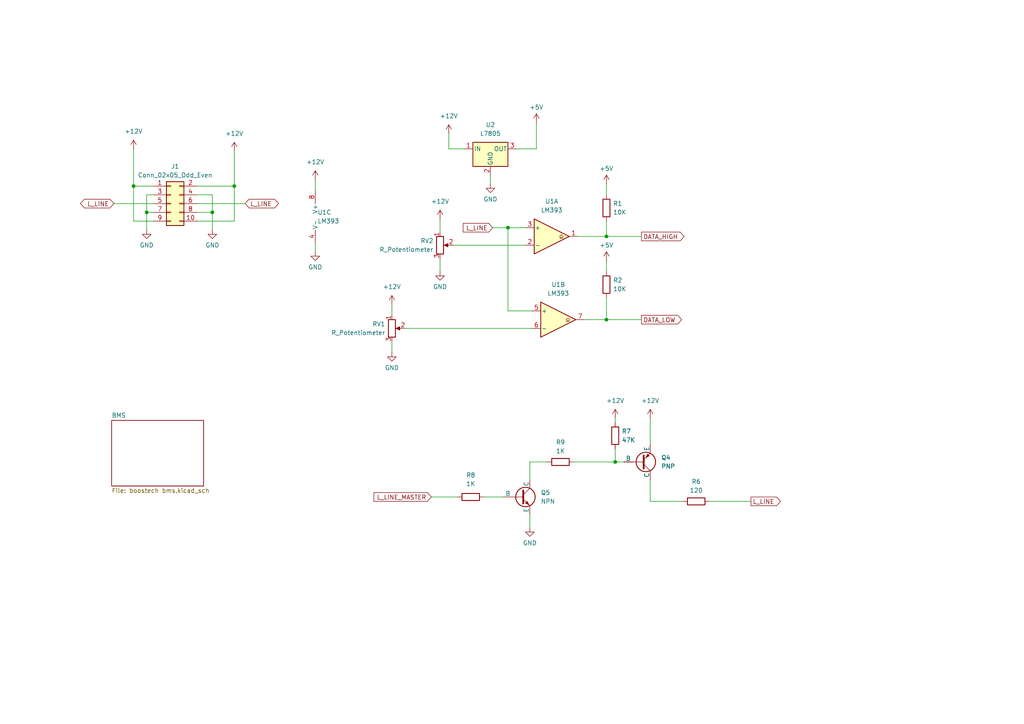
<source format=kicad_sch>
(kicad_sch (version 20250114) (generator "eeschema") (generator_version "9.0")
  (paper "A4")
  (lib_symbols
    (symbol "Comparator:LM393" (pin_names (offset 0.127))
      (property "Reference" "U" (at 3.81 3.81 0))
      (property "Value" "LM393" (at 6.35 -3.81 0))
      (symbol "LM393_1_1"
        (polyline (pts (xy -5.08 5.08) (xy 5.08 0) (xy -5.08 -5.08) (xy -5.08 5.08)) (stroke (width 0.254)) (fill (type background)))
        (polyline (pts (xy 3.302 -0.508) (xy 2.794 -0.508) (xy 3.302 0) (xy 2.794 0.508) (xy 2.286 0) (xy 2.794 -0.508) (xy 2.286 -0.508)) (stroke (width 0.127)))
        (pin input line (at -7.62 2.54 0) (length 2.54) (name "+") (number "3"))
        (pin input line (at -7.62 -2.54 0) (length 2.54) (name "-") (number "2"))
        (pin open_collector line (at 7.62 0 180) (length 2.54) (name "~") (number "1"))
      )
      (symbol "LM393_2_1"
        (polyline (pts (xy -5.08 5.08) (xy 5.08 0) (xy -5.08 -5.08) (xy -5.08 5.08)) (stroke (width 0.254)) (fill (type background)))
        (polyline (pts (xy 3.302 -0.508) (xy 2.794 -0.508) (xy 3.302 0) (xy 2.794 0.508) (xy 2.286 0) (xy 2.794 -0.508) (xy 2.286 -0.508)) (stroke (width 0.127)))
        (pin input line (at -7.62 2.54 0) (length 2.54) (name "+") (number "5"))
        (pin input line (at -7.62 -2.54 0) (length 2.54) (name "-") (number "6"))
        (pin open_collector line (at 7.62 0 180) (length 2.54) (name "~") (number "7"))
      )
      (symbol "LM393_3_1"
        (pin power_in line (at -2.54 7.62 270) (length 3.81) (name "V+") (number "8"))
        (pin power_in line (at -2.54 -7.62 90) (length 3.81) (name "V-") (number "4"))
      )
    )
    (symbol "Connector_Generic:Conn_02x05_Odd_Even" (pin_names (offset 1.016) (hide yes))
      (property "Reference" "J" (at 1.27 7.62 0))
      (property "Value" "Conn_02x05_Odd_Even" (at 1.27 -7.62 0))
      (symbol "Conn_02x05_Odd_Even_1_1"
        (rectangle (start -1.27 6.35) (end 3.81 -6.35) (stroke (width 0.254)) (fill (type background)))
        (rectangle (start -1.27 5.207) (end 0 4.953) (stroke (width 0.1524)))
        (rectangle (start -1.27 2.667) (end 0 2.413) (stroke (width 0.1524)))
        (rectangle (start -1.27 0.127) (end 0 -0.127) (stroke (width 0.1524)))
        (rectangle (start -1.27 -2.413) (end 0 -2.667) (stroke (width 0.1524)))
        (rectangle (start -1.27 -4.953) (end 0 -5.207) (stroke (width 0.1524)))
        (rectangle (start 3.81 5.207) (end 2.54 4.953) (stroke (width 0.1524)))
        (rectangle (start 3.81 2.667) (end 2.54 2.413) (stroke (width 0.1524)))
        (rectangle (start 3.81 0.127) (end 2.54 -0.127) (stroke (width 0.1524)))
        (rectangle (start 3.81 -2.413) (end 2.54 -2.667) (stroke (width 0.1524)))
        (rectangle (start 3.81 -4.953) (end 2.54 -5.207) (stroke (width 0.1524)))
        (pin passive line (at -5.08 5.08 0) (length 3.81) (name "Pin_1") (number "1"))
        (pin passive line (at -5.08 2.54 0) (length 3.81) (name "Pin_3") (number "3"))
        (pin passive line (at -5.08 0 0) (length 3.81) (name "Pin_5") (number "5"))
        (pin passive line (at -5.08 -2.54 0) (length 3.81) (name "Pin_7") (number "7"))
        (pin passive line (at -5.08 -5.08 0) (length 3.81) (name "Pin_9") (number "9"))
        (pin passive line (at 7.62 5.08 180) (length 3.81) (name "Pin_2") (number "2"))
        (pin passive line (at 7.62 2.54 180) (length 3.81) (name "Pin_4") (number "4"))
        (pin passive line (at 7.62 0 180) (length 3.81) (name "Pin_6") (number "6"))
        (pin passive line (at 7.62 -2.54 180) (length 3.81) (name "Pin_8") (number "8"))
        (pin passive line (at 7.62 -5.08 180) (length 3.81) (name "Pin_10") (number "10"))
      )
    )
    (symbol "Device:R" (pin_numbers (hide yes)) (pin_names (offset 0))
      (property "Reference" "R" (at 2.032 0 90))
      (property "Value" "R" (at 0 0 90))
      (symbol "R_0_1"
        (rectangle (start -1.016 -2.54) (end 1.016 2.54) (stroke (width 0.254)))
      )
      (symbol "R_1_1"
        (pin passive line (at 0 3.81 270) (length 1.27) (name "~") (number "1"))
        (pin passive line (at 0 -3.81 90) (length 1.27) (name "~") (number "2"))
      )
    )
    (symbol "Device:R_Potentiometer" (pin_names (offset 1.016) (hide yes))
      (property "Reference" "RV" (at -4.445 0 90))
      (property "Value" "R_Potentiometer" (at -2.54 0 90))
      (symbol "R_Potentiometer_0_1"
        (rectangle (start 1.016 2.54) (end -1.016 -2.54) (stroke (width 0.254)))
        (polyline (pts (xy 1.143 0) (xy 2.286 0.508) (xy 2.286 -0.508) (xy 1.143 0)) (fill (type outline)))
        (polyline (pts (xy 2.54 0) (xy 1.524 0)))
      )
      (symbol "R_Potentiometer_1_1"
        (pin passive line (at 0 3.81 270) (length 1.27) (name "1") (number "1"))
        (pin passive line (at 0 -3.81 90) (length 1.27) (name "3") (number "3"))
        (pin passive line (at 3.81 0 180) (length 1.27) (name "2") (number "2"))
      )
    )
    (symbol "Regulator_Linear:L7805" (pin_names (offset 0.254))
      (property "Reference" "U" (at -3.81 3.175 0))
      (property "Value" "L7805" (at 0 3.175 0))
      (symbol "L7805_0_1"
        (rectangle (start -5.08 1.905) (end 5.08 -5.08) (stroke (width 0.254)) (fill (type background)))
      )
      (symbol "L7805_1_1"
        (pin power_in line (at -7.62 0 0) (length 2.54) (name "IN") (number "1"))
        (pin power_in line (at 0 -7.62 90) (length 2.54) (name "GND") (number "2"))
        (pin power_out line (at 7.62 0 180) (length 2.54) (name "OUT") (number "3"))
      )
    )
    (symbol "Simulation_SPICE:NPN" (pin_numbers (hide yes)) (pin_names (offset 0))
      (property "Reference" "Q" (at -2.54 7.62 0))
      (property "Value" "NPN" (at -2.54 5.08 0))
      (symbol "NPN_0_1"
        (polyline (pts (xy -2.54 0) (xy 0.635 0)) (stroke (width 0.1524)))
        (polyline (pts (xy 0.635 1.905) (xy 0.635 -1.905) (xy 0.635 -1.905)) (stroke (width 0.508)))
        (polyline (pts (xy 0.635 0.635) (xy 2.54 2.54)))
        (polyline (pts (xy 0.635 -0.635) (xy 2.54 -2.54) (xy 2.54 -2.54)))
        (circle (center 1.27 0) (radius 2.8194) (stroke (width 0.254)))
        (polyline (pts (xy 1.27 -1.778) (xy 1.778 -1.27) (xy 2.286 -2.286) (xy 1.27 -1.778) (xy 1.27 -1.778)) (fill (type outline)))
        (polyline (pts (xy 2.794 -1.27) (xy 2.794 -1.27)) (stroke (width 0.1524)))
        (polyline (pts (xy 2.794 -1.27) (xy 2.794 -1.27)) (stroke (width 0.1524)))
      )
      (symbol "NPN_1_1"
        (pin input line (at -5.08 0 0) (length 2.54) (name "B") (number "2"))
        (pin open_collector line (at 2.54 5.08 270) (length 2.54) (name "C") (number "1"))
        (pin open_emitter line (at 2.54 -5.08 90) (length 2.54) (name "E") (number "3"))
      )
    )
    (symbol "Simulation_SPICE:PNP" (pin_numbers (hide yes)) (pin_names (offset 0))
      (property "Reference" "Q" (at -2.54 7.62 0))
      (property "Value" "PNP" (at -2.54 5.08 0))
      (symbol "PNP_0_1"
        (polyline (pts (xy -2.54 0) (xy 0.635 0)) (stroke (width 0.1524)))
        (polyline (pts (xy 0.635 1.905) (xy 0.635 -1.905) (xy 0.635 -1.905)) (stroke (width 0.508)))
        (polyline (pts (xy 0.635 0.635) (xy 2.54 2.54)))
        (polyline (pts (xy 0.635 -0.635) (xy 2.54 -2.54) (xy 2.54 -2.54)))
        (circle (center 1.27 0) (radius 2.8194) (stroke (width 0.254)))
        (polyline (pts (xy 2.286 -1.778) (xy 1.778 -2.286) (xy 1.27 -1.27) (xy 2.286 -1.778) (xy 2.286 -1.778)) (fill (type outline)))
      )
      (symbol "PNP_1_1"
        (pin input line (at -5.08 0 0) (length 2.54) (name "B") (number "2"))
        (pin open_collector line (at 2.54 5.08 270) (length 2.54) (name "C") (number "1"))
        (pin open_emitter line (at 2.54 -5.08 90) (length 2.54) (name "E") (number "3"))
      )
    )
    (symbol "power:+12V" (power) (pin_numbers (hide yes)) (pin_names (offset 0) (hide yes))
      (property "Value" "+12V" (at 0 3.556 0))
      (symbol "+12V_0_1"
        (polyline (pts (xy -0.762 1.27) (xy 0 2.54)))
        (polyline (pts (xy 0 2.54) (xy 0.762 1.27)))
        (polyline (pts (xy 0 0) (xy 0 2.54)))
      )
      (symbol "+12V_1_1"
        (pin power_in line (at 0 0 90) (length 0) (name "~") (number "1"))
      )
    )
    (symbol "power:+5V" (power) (pin_numbers (hide yes)) (pin_names (offset 0) (hide yes))
      (property "Value" "+5V" (at 0 3.556 0))
      (symbol "+5V_0_1"
        (polyline (pts (xy -0.762 1.27) (xy 0 2.54)))
        (polyline (pts (xy 0 2.54) (xy 0.762 1.27)))
        (polyline (pts (xy 0 0) (xy 0 2.54)))
      )
      (symbol "+5V_1_1"
        (pin power_in line (at 0 0 90) (length 0) (name "~") (number "1"))
      )
    )
    (symbol "power:GND" (power) (pin_numbers (hide yes)) (pin_names (offset 0) (hide yes))
      (property "Value" "GND" (at 0 -3.81 0))
      (symbol "GND_0_1"
        (polyline (pts (xy 0 0) (xy 0 -1.27) (xy 1.27 -1.27) (xy 0 -2.54) (xy -1.27 -1.27) (xy 0 -1.27)))
      )
      (symbol "GND_1_1"
        (pin power_in line (at 0 0 270) (length 0) (name "~") (number "1"))
      )
    )
  )
  (junction (at 67.945 53.975))
  (junction (at 61.595 61.595))
  (junction (at 42.545 61.595))
  (junction (at 147.32 66.04))
  (junction (at 38.735 53.975))
  (junction (at 178.435 133.985))
  (junction (at 175.895 92.71))
  (junction (at 175.895 68.58))
  (wire (pts (xy 198.12 145.415) (xy 188.595 145.415)))
  (wire (pts (xy 166.37 133.985) (xy 178.435 133.985)))
  (wire (pts (xy 67.945 53.975) (xy 67.945 64.135)))
  (wire (pts (xy 127.635 74.93) (xy 127.635 78.74)))
  (wire (pts (xy 33.02 59.055) (xy 44.45 59.055)))
  (wire (pts (xy 140.335 144.145) (xy 146.05 144.145)))
  (wire (pts (xy 38.735 43.18) (xy 38.735 53.975)))
  (wire (pts (xy 175.895 68.58) (xy 175.895 64.135)))
  (wire (pts (xy 153.67 139.065) (xy 153.67 133.985)))
  (wire (pts (xy 42.545 61.595) (xy 42.545 66.675)))
  (wire (pts (xy 147.32 66.04) (xy 152.4 66.04)))
  (wire (pts (xy 38.735 53.975) (xy 44.45 53.975)))
  (wire (pts (xy 167.64 68.58) (xy 175.895 68.58)))
  (wire (pts (xy 57.15 59.055) (xy 71.12 59.055)))
  (wire (pts (xy 142.24 50.8) (xy 142.24 53.34)))
  (wire (pts (xy 130.175 38.735) (xy 130.175 43.18)))
  (wire (pts (xy 57.15 53.975) (xy 67.945 53.975)))
  (wire (pts (xy 44.45 61.595) (xy 42.545 61.595)))
  (wire (pts (xy 147.32 66.04) (xy 147.32 90.17)))
  (wire (pts (xy 61.595 56.515) (xy 57.15 56.515)))
  (wire (pts (xy 152.4 71.12) (xy 131.445 71.12)))
  (wire (pts (xy 67.945 53.975) (xy 67.945 43.815)))
  (wire (pts (xy 175.895 68.58) (xy 186.055 68.58)))
  (wire (pts (xy 91.44 73.025) (xy 91.44 70.485)))
  (wire (pts (xy 44.45 56.515) (xy 42.545 56.515)))
  (wire (pts (xy 175.895 92.71) (xy 175.895 86.36)))
  (wire (pts (xy 117.475 95.25) (xy 154.305 95.25)))
  (wire (pts (xy 134.62 43.18) (xy 130.175 43.18)))
  (wire (pts (xy 155.575 43.18) (xy 155.575 35.56)))
  (wire (pts (xy 188.595 121.285) (xy 188.595 128.905)))
  (wire (pts (xy 178.435 133.985) (xy 178.435 130.175)))
  (wire (pts (xy 125.095 144.145) (xy 132.715 144.145)))
  (wire (pts (xy 61.595 66.675) (xy 61.595 61.595)))
  (wire (pts (xy 113.665 99.06) (xy 113.665 102.235)))
  (wire (pts (xy 113.665 88.265) (xy 113.665 91.44)))
  (wire (pts (xy 175.895 92.71) (xy 186.055 92.71)))
  (wire (pts (xy 44.45 64.135) (xy 38.735 64.135)))
  (wire (pts (xy 142.875 66.04) (xy 147.32 66.04)))
  (wire (pts (xy 153.67 133.985) (xy 158.75 133.985)))
  (wire (pts (xy 153.67 153.035) (xy 153.67 149.225)))
  (wire (pts (xy 42.545 56.515) (xy 42.545 61.595)))
  (wire (pts (xy 57.15 61.595) (xy 61.595 61.595)))
  (wire (pts (xy 67.945 64.135) (xy 57.15 64.135)))
  (wire (pts (xy 175.895 75.565) (xy 175.895 78.74)))
  (wire (pts (xy 38.735 53.975) (xy 38.735 64.135)))
  (wire (pts (xy 169.545 92.71) (xy 175.895 92.71)))
  (wire (pts (xy 175.895 53.34) (xy 175.895 56.515)))
  (wire (pts (xy 149.86 43.18) (xy 155.575 43.18)))
  (wire (pts (xy 91.44 52.07) (xy 91.44 55.245)))
  (wire (pts (xy 178.435 133.985) (xy 180.975 133.985)))
  (wire (pts (xy 127.635 63.5) (xy 127.635 67.31)))
  (wire (pts (xy 61.595 61.595) (xy 61.595 56.515)))
  (wire (pts (xy 217.805 145.415) (xy 205.74 145.415)))
  (wire (pts (xy 188.595 145.415) (xy 188.595 139.065)))
  (wire (pts (xy 154.305 90.17) (xy 147.32 90.17)))
  (wire (pts (xy 178.435 121.285) (xy 178.435 122.555)))
  (global_label "L_LINE" (shape output) (at 217.805 145.415 0) (property "Intersheetrefs" "${INTERSHEET_REFS}" (effects (hide yes))))
  (global_label "L_LINE" (shape input) (at 142.875 66.04 180) (property "Intersheetrefs" "${INTERSHEET_REFS}" (effects (hide yes))))
  (global_label "DATA_HIGH" (shape output) (at 186.055 68.58 0) (property "Intersheetrefs" "${INTERSHEET_REFS}" (effects (hide yes))))
  (global_label "L_LINE_MASTER" (shape input) (at 125.095 144.145 180) (property "Intersheetrefs" "${INTERSHEET_REFS}" (effects (hide yes))))
  (global_label "L_LINE" (shape bidirectional) (at 71.12 59.055 0) (property "Intersheetrefs" "${INTERSHEET_REFS}" (effects (hide yes))))
  (global_label "DATA_LOW" (shape output) (at 186.055 92.71 0) (property "Intersheetrefs" "${INTERSHEET_REFS}" (effects (hide yes))))
  (global_label "L_LINE" (shape bidirectional) (at 33.02 59.055 180) (property "Intersheetrefs" "${INTERSHEET_REFS}" (effects (hide yes))))
  (symbol (lib_id "Comparator:LM393") (at 93.98 62.865 0) (unit 3)
    (property "Reference" "U1" (at 92.075 61.5949 0) (effects (justify left)))
    (property "Value" "LM393" (at 92.075 64.1349 0) (effects (justify left)))
    (property "Datasheet" "http://www.ti.com/lit/ds/symlink/lm393.pdf" (effects (hide yes)))
    (property "Description" "Low-Power, Low-Offset Voltage, Dual Comparators, DIP-8/SOIC-8/TO-99-8" (effects (hide yes)))
  )
  (symbol (lib_id "power:GND") (at 127.635 78.74 0) (unit 1)
    (property "Reference" "#PWR08" (effects (hide yes)))
    (property "Value" "GND" (at 127.635 83.185 0))
    (property "Description" "Power symbol creates a global label with name \"GND\" , ground" (effects (hide yes)))
  )
  (symbol (lib_id "power:+12V") (at 178.435 121.285 0) (unit 1)
    (property "Reference" "#PWR030" (effects (hide yes)))
    (property "Value" "+12V" (at 178.435 116.205 0))
    (property "Description" "Power symbol creates a global label with name \"+12V\"" (effects (hide yes)))
  )
  (symbol (lib_id "Comparator:LM393") (at 160.02 68.58 0) (unit 1)
    (property "Reference" "U1" (at 160.02 58.42 0))
    (property "Value" "LM393" (at 160.02 60.96 0))
    (property "Datasheet" "http://www.ti.com/lit/ds/symlink/lm393.pdf" (effects (hide yes)))
    (property "Description" "Low-Power, Low-Offset Voltage, Dual Comparators, DIP-8/SOIC-8/TO-99-8" (effects (hide yes)))
  )
  (symbol (lib_id "power:+5V") (at 175.895 75.565 0) (unit 1)
    (property "Reference" "#PWR012" (effects (hide yes)))
    (property "Value" "+5V" (at 175.895 71.12 0))
    (property "Description" "Power symbol creates a global label with name \"+5V\"" (effects (hide yes)))
  )
  (symbol (lib_id "power:+5V") (at 155.575 35.56 0) (unit 1)
    (property "Reference" "#PWR014" (effects (hide yes)))
    (property "Value" "+5V" (at 155.575 31.115 0))
    (property "Description" "Power symbol creates a global label with name \"+5V\"" (effects (hide yes)))
  )
  (symbol (lib_id "power:+12V") (at 113.665 88.265 0) (unit 1)
    (property "Reference" "#PWR010" (effects (hide yes)))
    (property "Value" "+12V" (at 113.665 83.185 0))
    (property "Description" "Power symbol creates a global label with name \"+12V\"" (effects (hide yes)))
  )
  (symbol (lib_id "Connector_Generic:Conn_02x05_Odd_Even") (at 49.53 59.055 0) (unit 1)
    (property "Reference" "J1" (at 50.8 48.26 0))
    (property "Value" "Conn_02x05_Odd_Even" (at 50.8 50.8 0))
    (property "Description" "Generic connector, double row, 02x05, odd/even pin numbering scheme (row 1 odd numbers, row 2 even numbers), script generated (kicad-library-utils/schlib/autogen/connector/)" (effects (hide yes)))
  )
  (symbol (lib_id "power:+12V") (at 38.735 43.18 0) (unit 1)
    (property "Reference" "#PWR01" (effects (hide yes)))
    (property "Value" "+12V" (at 38.735 38.1 0))
    (property "Description" "Power symbol creates a global label with name \"+12V\"" (effects (hide yes)))
  )
  (symbol (lib_id "power:+12V") (at 188.595 121.285 0) (unit 1)
    (property "Reference" "#PWR029" (effects (hide yes)))
    (property "Value" "+12V" (at 188.595 116.205 0))
    (property "Description" "Power symbol creates a global label with name \"+12V\"" (effects (hide yes)))
  )
  (symbol (lib_id "Device:R_Potentiometer") (at 127.635 71.12 0) (unit 1)
    (property "Reference" "RV2" (at 125.73 69.8499 0) (effects (justify right)))
    (property "Value" "R_Potentiometer" (at 125.73 72.3899 0) (effects (justify right)))
    (property "Description" "Potentiometer" (effects (hide yes)))
  )
  (symbol (lib_id "Device:R") (at 201.93 145.415 90) (unit 1)
    (property "Reference" "R6" (at 201.93 139.7 90))
    (property "Value" "120" (at 201.93 142.24 90))
    (property "Description" "Resistor" (effects (hide yes)))
  )
  (symbol (lib_id "Simulation_SPICE:NPN") (at 151.13 144.145 0) (unit 1)
    (property "Reference" "Q5" (at 156.845 142.8749 0) (effects (justify left)))
    (property "Value" "NPN" (at 156.845 145.4149 0) (effects (justify left)))
    (property "Datasheet" "https://ngspice.sourceforge.io/docs/ngspice-html-manual/manual.xhtml#cha_BJTs" (effects (hide yes)))
    (property "Description" "Bipolar transistor symbol for simulation only, substrate tied to the emitter" (effects (hide yes)))
    (property "Sim.Device" "NPN" (effects (hide yes)))
    (property "Sim.Type" "GUMMELPOON" (effects (hide yes)))
    (property "Sim.Pins" "1=C 2=B 3=E" (effects (hide yes)))
  )
  (symbol (lib_id "power:+12V") (at 127.635 63.5 0) (unit 1)
    (property "Reference" "#PWR07" (effects (hide yes)))
    (property "Value" "+12V" (at 127.635 58.42 0))
    (property "Description" "Power symbol creates a global label with name \"+12V\"" (effects (hide yes)))
  )
  (symbol (lib_id "Comparator:LM393") (at 161.925 92.71 0) (unit 2)
    (property "Reference" "U1" (at 161.925 82.55 0))
    (property "Value" "LM393" (at 161.925 85.09 0))
    (property "Datasheet" "http://www.ti.com/lit/ds/symlink/lm393.pdf" (effects (hide yes)))
    (property "Description" "Low-Power, Low-Offset Voltage, Dual Comparators, DIP-8/SOIC-8/TO-99-8" (effects (hide yes)))
  )
  (symbol (lib_id "power:+5V") (at 175.895 53.34 0) (unit 1)
    (property "Reference" "#PWR011" (effects (hide yes)))
    (property "Value" "+5V" (at 175.895 48.895 0))
    (property "Description" "Power symbol creates a global label with name \"+5V\"" (effects (hide yes)))
  )
  (symbol (lib_id "Device:R") (at 175.895 82.55 0) (unit 1)
    (property "Reference" "R2" (at 177.8 81.2799 0) (effects (justify left)))
    (property "Value" "10K" (at 177.8 83.8199 0) (effects (justify left)))
    (property "Description" "Resistor" (effects (hide yes)))
  )
  (symbol (lib_id "power:+12V") (at 130.175 38.735 0) (unit 1)
    (property "Reference" "#PWR013" (effects (hide yes)))
    (property "Value" "+12V" (at 130.175 33.655 0))
    (property "Description" "Power symbol creates a global label with name \"+12V\"" (effects (hide yes)))
  )
  (symbol (lib_id "Device:R") (at 162.56 133.985 90) (unit 1)
    (property "Reference" "R9" (at 162.56 128.27 90))
    (property "Value" "1K" (at 162.56 130.81 90))
    (property "Description" "Resistor" (effects (hide yes)))
  )
  (symbol (lib_id "power:GND") (at 42.545 66.675 0) (unit 1)
    (property "Reference" "#PWR04" (effects (hide yes)))
    (property "Value" "GND" (at 42.545 71.12 0))
    (property "Description" "Power symbol creates a global label with name \"GND\" , ground" (effects (hide yes)))
  )
  (symbol (lib_id "power:+12V") (at 67.945 43.815 0) (unit 1)
    (property "Reference" "#PWR02" (effects (hide yes)))
    (property "Value" "+12V" (at 67.945 38.735 0))
    (property "Description" "Power symbol creates a global label with name \"+12V\"" (effects (hide yes)))
  )
  (symbol (lib_id "Device:R_Potentiometer") (at 113.665 95.25 0) (unit 1)
    (property "Reference" "RV1" (at 111.76 93.9799 0) (effects (justify right)))
    (property "Value" "R_Potentiometer" (at 111.76 96.5199 0) (effects (justify right)))
    (property "Description" "Potentiometer" (effects (hide yes)))
  )
  (symbol (lib_id "power:GND") (at 91.44 73.025 0) (unit 1)
    (property "Reference" "#PWR05" (effects (hide yes)))
    (property "Value" "GND" (at 91.44 77.47 0))
    (property "Description" "Power symbol creates a global label with name \"GND\" , ground" (effects (hide yes)))
  )
  (symbol (lib_id "power:GND") (at 153.67 153.035 0) (unit 1)
    (property "Reference" "#PWR031" (effects (hide yes)))
    (property "Value" "GND" (at 153.67 157.48 0))
    (property "Description" "Power symbol creates a global label with name \"GND\" , ground" (effects (hide yes)))
  )
  (symbol (lib_id "Regulator_Linear:L7805") (at 142.24 43.18 0) (unit 1)
    (property "Reference" "U2" (at 142.24 36.195 0))
    (property "Value" "L7805" (at 142.24 38.735 0))
    (property "Datasheet" "http://www.st.com/content/ccc/resource/technical/document/datasheet/41/4f/b3/b0/12/d4/47/88/CD00000444.pdf/files/CD00000444.pdf/jcr:content/translations/en.CD00000444.pdf" (effects (hide yes)))
    (property "Description" "Positive 1.5A 35V Linear Regulator, Fixed Output 5V, TO-220/TO-263/TO-252" (effects (hide yes)))
  )
  (symbol (lib_id "power:+12V") (at 91.44 52.07 0) (unit 1)
    (property "Reference" "#PWR06" (effects (hide yes)))
    (property "Value" "+12V" (at 91.44 46.99 0))
    (property "Description" "Power symbol creates a global label with name \"+12V\"" (effects (hide yes)))
  )
  (symbol (lib_id "Device:R") (at 175.895 60.325 0) (unit 1)
    (property "Reference" "R1" (at 177.8 59.0549 0) (effects (justify left)))
    (property "Value" "10K" (at 177.8 61.5949 0) (effects (justify left)))
    (property "Description" "Resistor" (effects (hide yes)))
  )
  (symbol (lib_id "Simulation_SPICE:PNP") (at 186.055 133.985 0) (mirror x) (unit 1)
    (property "Reference" "Q4" (at 191.77 132.7149 0) (effects (justify left)))
    (property "Value" "PNP" (at 191.77 135.2549 0) (effects (justify left)))
    (property "Datasheet" "https://ngspice.sourceforge.io/docs/ngspice-html-manual/manual.xhtml#cha_BJTs" (effects (hide yes)))
    (property "Description" "Bipolar transistor symbol for simulation only, substrate tied to the emitter" (effects (hide yes)))
    (property "Sim.Device" "PNP" (effects (hide yes)))
    (property "Sim.Type" "GUMMELPOON" (effects (hide yes)))
    (property "Sim.Pins" "1=C 2=B 3=E" (effects (hide yes)))
  )
  (symbol (lib_id "power:GND") (at 113.665 102.235 0) (unit 1)
    (property "Reference" "#PWR09" (effects (hide yes)))
    (property "Value" "GND" (at 113.665 106.68 0))
    (property "Description" "Power symbol creates a global label with name \"GND\" , ground" (effects (hide yes)))
  )
  (symbol (lib_id "power:GND") (at 61.595 66.675 0) (unit 1)
    (property "Reference" "#PWR03" (effects (hide yes)))
    (property "Value" "GND" (at 61.595 71.12 0))
    (property "Description" "Power symbol creates a global label with name \"GND\" , ground" (effects (hide yes)))
  )
  (symbol (lib_id "Device:R") (at 136.525 144.145 270) (unit 1)
    (property "Reference" "R8" (at 136.525 137.795 90))
    (property "Value" "1K" (at 136.525 140.335 90))
    (property "Description" "Resistor" (effects (hide yes)))
  )
  (symbol (lib_id "Device:R") (at 178.435 126.365 180) (unit 1)
    (property "Reference" "R7" (at 180.34 125.0949 0) (effects (justify right)))
    (property "Value" "47K" (at 180.34 127.6349 0) (effects (justify right)))
    (property "Description" "Resistor" (effects (hide yes)))
  )
  (symbol (lib_id "power:GND") (at 142.24 53.34 0) (unit 1)
    (property "Reference" "#PWR015" (effects (hide yes)))
    (property "Value" "GND" (at 142.24 57.785 0))
    (property "Description" "Power symbol creates a global label with name \"GND\" , ground" (effects (hide yes)))
  )
  (sheet (at 32.385 121.92) (size 26.67 19.05) (stroke (width 0.1524))
    (property "Sheetname" "BMS" (at 32.385 121.2084 0) (effects (justify left bottom)))
    (property "Sheetfile" "boostech bms.kicad_sch" (at 32.385 141.5546 0) (effects (justify left top)))
  )
)
</source>
